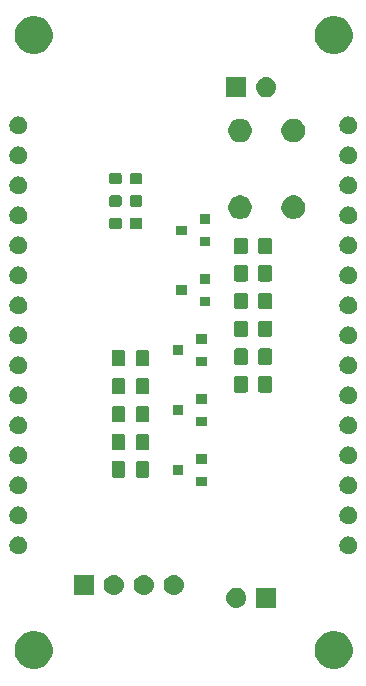
<source format=gbr>
G04 #@! TF.GenerationSoftware,KiCad,Pcbnew,(5.0.2)-1*
G04 #@! TF.CreationDate,2019-06-27T16:40:18+05:30*
G04 #@! TF.ProjectId,mAhTime,6d416854-696d-4652-9e6b-696361645f70,rev?*
G04 #@! TF.SameCoordinates,Original*
G04 #@! TF.FileFunction,Soldermask,Top*
G04 #@! TF.FilePolarity,Negative*
%FSLAX46Y46*%
G04 Gerber Fmt 4.6, Leading zero omitted, Abs format (unit mm)*
G04 Created by KiCad (PCBNEW (5.0.2)-1) date 06/27/19 16:40:18*
%MOMM*%
%LPD*%
G01*
G04 APERTURE LIST*
%ADD10C,0.100000*%
G04 APERTURE END LIST*
D10*
G36*
X41995703Y-65771486D02*
X42286883Y-65892097D01*
X42548944Y-66067201D01*
X42771799Y-66290056D01*
X42946903Y-66552117D01*
X43067514Y-66843297D01*
X43129000Y-67152412D01*
X43129000Y-67467588D01*
X43067514Y-67776703D01*
X42946903Y-68067883D01*
X42771799Y-68329944D01*
X42548944Y-68552799D01*
X42286883Y-68727903D01*
X41995703Y-68848514D01*
X41686588Y-68910000D01*
X41371412Y-68910000D01*
X41062297Y-68848514D01*
X40771117Y-68727903D01*
X40509056Y-68552799D01*
X40286201Y-68329944D01*
X40111097Y-68067883D01*
X39990486Y-67776703D01*
X39929000Y-67467588D01*
X39929000Y-67152412D01*
X39990486Y-66843297D01*
X40111097Y-66552117D01*
X40286201Y-66290056D01*
X40509056Y-66067201D01*
X40771117Y-65892097D01*
X41062297Y-65771486D01*
X41371412Y-65710000D01*
X41686588Y-65710000D01*
X41995703Y-65771486D01*
X41995703Y-65771486D01*
G37*
G36*
X16595703Y-65771486D02*
X16886883Y-65892097D01*
X17148944Y-66067201D01*
X17371799Y-66290056D01*
X17546903Y-66552117D01*
X17667514Y-66843297D01*
X17729000Y-67152412D01*
X17729000Y-67467588D01*
X17667514Y-67776703D01*
X17546903Y-68067883D01*
X17371799Y-68329944D01*
X17148944Y-68552799D01*
X16886883Y-68727903D01*
X16595703Y-68848514D01*
X16286588Y-68910000D01*
X15971412Y-68910000D01*
X15662297Y-68848514D01*
X15371117Y-68727903D01*
X15109056Y-68552799D01*
X14886201Y-68329944D01*
X14711097Y-68067883D01*
X14590486Y-67776703D01*
X14529000Y-67467588D01*
X14529000Y-67152412D01*
X14590486Y-66843297D01*
X14711097Y-66552117D01*
X14886201Y-66290056D01*
X15109056Y-66067201D01*
X15371117Y-65892097D01*
X15662297Y-65771486D01*
X15971412Y-65710000D01*
X16286588Y-65710000D01*
X16595703Y-65771486D01*
X16595703Y-65771486D01*
G37*
G36*
X33440630Y-62027299D02*
X33600855Y-62075903D01*
X33748520Y-62154831D01*
X33877949Y-62261051D01*
X33984169Y-62390480D01*
X34063097Y-62538145D01*
X34111701Y-62698370D01*
X34128112Y-62865000D01*
X34111701Y-63031630D01*
X34063097Y-63191855D01*
X33984169Y-63339520D01*
X33877949Y-63468949D01*
X33748520Y-63575169D01*
X33600855Y-63654097D01*
X33440630Y-63702701D01*
X33315752Y-63715000D01*
X33232248Y-63715000D01*
X33107370Y-63702701D01*
X32947145Y-63654097D01*
X32799480Y-63575169D01*
X32670051Y-63468949D01*
X32563831Y-63339520D01*
X32484903Y-63191855D01*
X32436299Y-63031630D01*
X32419888Y-62865000D01*
X32436299Y-62698370D01*
X32484903Y-62538145D01*
X32563831Y-62390480D01*
X32670051Y-62261051D01*
X32799480Y-62154831D01*
X32947145Y-62075903D01*
X33107370Y-62027299D01*
X33232248Y-62015000D01*
X33315752Y-62015000D01*
X33440630Y-62027299D01*
X33440630Y-62027299D01*
G37*
G36*
X36664000Y-63715000D02*
X34964000Y-63715000D01*
X34964000Y-62015000D01*
X36664000Y-62015000D01*
X36664000Y-63715000D01*
X36664000Y-63715000D01*
G37*
G36*
X21210000Y-62650000D02*
X19510000Y-62650000D01*
X19510000Y-60950000D01*
X21210000Y-60950000D01*
X21210000Y-62650000D01*
X21210000Y-62650000D01*
G37*
G36*
X23066630Y-60962299D02*
X23226855Y-61010903D01*
X23374520Y-61089831D01*
X23503949Y-61196051D01*
X23610169Y-61325480D01*
X23689097Y-61473145D01*
X23737701Y-61633370D01*
X23754112Y-61800000D01*
X23737701Y-61966630D01*
X23689097Y-62126855D01*
X23610169Y-62274520D01*
X23503949Y-62403949D01*
X23374520Y-62510169D01*
X23226855Y-62589097D01*
X23066630Y-62637701D01*
X22941752Y-62650000D01*
X22858248Y-62650000D01*
X22733370Y-62637701D01*
X22573145Y-62589097D01*
X22425480Y-62510169D01*
X22296051Y-62403949D01*
X22189831Y-62274520D01*
X22110903Y-62126855D01*
X22062299Y-61966630D01*
X22045888Y-61800000D01*
X22062299Y-61633370D01*
X22110903Y-61473145D01*
X22189831Y-61325480D01*
X22296051Y-61196051D01*
X22425480Y-61089831D01*
X22573145Y-61010903D01*
X22733370Y-60962299D01*
X22858248Y-60950000D01*
X22941752Y-60950000D01*
X23066630Y-60962299D01*
X23066630Y-60962299D01*
G37*
G36*
X25606630Y-60962299D02*
X25766855Y-61010903D01*
X25914520Y-61089831D01*
X26043949Y-61196051D01*
X26150169Y-61325480D01*
X26229097Y-61473145D01*
X26277701Y-61633370D01*
X26294112Y-61800000D01*
X26277701Y-61966630D01*
X26229097Y-62126855D01*
X26150169Y-62274520D01*
X26043949Y-62403949D01*
X25914520Y-62510169D01*
X25766855Y-62589097D01*
X25606630Y-62637701D01*
X25481752Y-62650000D01*
X25398248Y-62650000D01*
X25273370Y-62637701D01*
X25113145Y-62589097D01*
X24965480Y-62510169D01*
X24836051Y-62403949D01*
X24729831Y-62274520D01*
X24650903Y-62126855D01*
X24602299Y-61966630D01*
X24585888Y-61800000D01*
X24602299Y-61633370D01*
X24650903Y-61473145D01*
X24729831Y-61325480D01*
X24836051Y-61196051D01*
X24965480Y-61089831D01*
X25113145Y-61010903D01*
X25273370Y-60962299D01*
X25398248Y-60950000D01*
X25481752Y-60950000D01*
X25606630Y-60962299D01*
X25606630Y-60962299D01*
G37*
G36*
X28146630Y-60962299D02*
X28306855Y-61010903D01*
X28454520Y-61089831D01*
X28583949Y-61196051D01*
X28690169Y-61325480D01*
X28769097Y-61473145D01*
X28817701Y-61633370D01*
X28834112Y-61800000D01*
X28817701Y-61966630D01*
X28769097Y-62126855D01*
X28690169Y-62274520D01*
X28583949Y-62403949D01*
X28454520Y-62510169D01*
X28306855Y-62589097D01*
X28146630Y-62637701D01*
X28021752Y-62650000D01*
X27938248Y-62650000D01*
X27813370Y-62637701D01*
X27653145Y-62589097D01*
X27505480Y-62510169D01*
X27376051Y-62403949D01*
X27269831Y-62274520D01*
X27190903Y-62126855D01*
X27142299Y-61966630D01*
X27125888Y-61800000D01*
X27142299Y-61633370D01*
X27190903Y-61473145D01*
X27269831Y-61325480D01*
X27376051Y-61196051D01*
X27505480Y-61089831D01*
X27653145Y-61010903D01*
X27813370Y-60962299D01*
X27938248Y-60950000D01*
X28021752Y-60950000D01*
X28146630Y-60962299D01*
X28146630Y-60962299D01*
G37*
G36*
X15003195Y-57697522D02*
X15052267Y-57707283D01*
X15190942Y-57764724D01*
X15315750Y-57848118D01*
X15421882Y-57954250D01*
X15505276Y-58079058D01*
X15562717Y-58217734D01*
X15592000Y-58364948D01*
X15592000Y-58515052D01*
X15562717Y-58662266D01*
X15505276Y-58800942D01*
X15421882Y-58925750D01*
X15315750Y-59031882D01*
X15315747Y-59031884D01*
X15190942Y-59115276D01*
X15052267Y-59172717D01*
X15003195Y-59182478D01*
X14905052Y-59202000D01*
X14754948Y-59202000D01*
X14656805Y-59182478D01*
X14607733Y-59172717D01*
X14469058Y-59115276D01*
X14344253Y-59031884D01*
X14344250Y-59031882D01*
X14238118Y-58925750D01*
X14154724Y-58800942D01*
X14097283Y-58662266D01*
X14068000Y-58515052D01*
X14068000Y-58364948D01*
X14097283Y-58217734D01*
X14154724Y-58079058D01*
X14238118Y-57954250D01*
X14344250Y-57848118D01*
X14469058Y-57764724D01*
X14607733Y-57707283D01*
X14656805Y-57697522D01*
X14754948Y-57678000D01*
X14905052Y-57678000D01*
X15003195Y-57697522D01*
X15003195Y-57697522D01*
G37*
G36*
X42943195Y-57697522D02*
X42992267Y-57707283D01*
X43130942Y-57764724D01*
X43255750Y-57848118D01*
X43361882Y-57954250D01*
X43445276Y-58079058D01*
X43502717Y-58217734D01*
X43532000Y-58364948D01*
X43532000Y-58515052D01*
X43502717Y-58662266D01*
X43445276Y-58800942D01*
X43361882Y-58925750D01*
X43255750Y-59031882D01*
X43255747Y-59031884D01*
X43130942Y-59115276D01*
X42992267Y-59172717D01*
X42943195Y-59182478D01*
X42845052Y-59202000D01*
X42694948Y-59202000D01*
X42596805Y-59182478D01*
X42547733Y-59172717D01*
X42409058Y-59115276D01*
X42284253Y-59031884D01*
X42284250Y-59031882D01*
X42178118Y-58925750D01*
X42094724Y-58800942D01*
X42037283Y-58662266D01*
X42008000Y-58515052D01*
X42008000Y-58364948D01*
X42037283Y-58217734D01*
X42094724Y-58079058D01*
X42178118Y-57954250D01*
X42284250Y-57848118D01*
X42409058Y-57764724D01*
X42547733Y-57707283D01*
X42596805Y-57697522D01*
X42694948Y-57678000D01*
X42845052Y-57678000D01*
X42943195Y-57697522D01*
X42943195Y-57697522D01*
G37*
G36*
X15003195Y-55157522D02*
X15052267Y-55167283D01*
X15190942Y-55224724D01*
X15315750Y-55308118D01*
X15421882Y-55414250D01*
X15505276Y-55539058D01*
X15562717Y-55677734D01*
X15592000Y-55824948D01*
X15592000Y-55975052D01*
X15562717Y-56122266D01*
X15505276Y-56260942D01*
X15421882Y-56385750D01*
X15315750Y-56491882D01*
X15315747Y-56491884D01*
X15190942Y-56575276D01*
X15052267Y-56632717D01*
X15003195Y-56642478D01*
X14905052Y-56662000D01*
X14754948Y-56662000D01*
X14656805Y-56642478D01*
X14607733Y-56632717D01*
X14469058Y-56575276D01*
X14344253Y-56491884D01*
X14344250Y-56491882D01*
X14238118Y-56385750D01*
X14154724Y-56260942D01*
X14097283Y-56122266D01*
X14068000Y-55975052D01*
X14068000Y-55824948D01*
X14097283Y-55677734D01*
X14154724Y-55539058D01*
X14238118Y-55414250D01*
X14344250Y-55308118D01*
X14469058Y-55224724D01*
X14607733Y-55167283D01*
X14656805Y-55157522D01*
X14754948Y-55138000D01*
X14905052Y-55138000D01*
X15003195Y-55157522D01*
X15003195Y-55157522D01*
G37*
G36*
X42943195Y-55157522D02*
X42992267Y-55167283D01*
X43130942Y-55224724D01*
X43255750Y-55308118D01*
X43361882Y-55414250D01*
X43445276Y-55539058D01*
X43502717Y-55677734D01*
X43532000Y-55824948D01*
X43532000Y-55975052D01*
X43502717Y-56122266D01*
X43445276Y-56260942D01*
X43361882Y-56385750D01*
X43255750Y-56491882D01*
X43255747Y-56491884D01*
X43130942Y-56575276D01*
X42992267Y-56632717D01*
X42943195Y-56642478D01*
X42845052Y-56662000D01*
X42694948Y-56662000D01*
X42596805Y-56642478D01*
X42547733Y-56632717D01*
X42409058Y-56575276D01*
X42284253Y-56491884D01*
X42284250Y-56491882D01*
X42178118Y-56385750D01*
X42094724Y-56260942D01*
X42037283Y-56122266D01*
X42008000Y-55975052D01*
X42008000Y-55824948D01*
X42037283Y-55677734D01*
X42094724Y-55539058D01*
X42178118Y-55414250D01*
X42284250Y-55308118D01*
X42409058Y-55224724D01*
X42547733Y-55167283D01*
X42596805Y-55157522D01*
X42694948Y-55138000D01*
X42845052Y-55138000D01*
X42943195Y-55157522D01*
X42943195Y-55157522D01*
G37*
G36*
X42943195Y-52617522D02*
X42992267Y-52627283D01*
X43121961Y-52681004D01*
X43130942Y-52684724D01*
X43255750Y-52768118D01*
X43361882Y-52874250D01*
X43445276Y-52999058D01*
X43502717Y-53137734D01*
X43532000Y-53284948D01*
X43532000Y-53435052D01*
X43502717Y-53582266D01*
X43445276Y-53720942D01*
X43361882Y-53845750D01*
X43255750Y-53951882D01*
X43255747Y-53951884D01*
X43130942Y-54035276D01*
X42992267Y-54092717D01*
X42943195Y-54102478D01*
X42845052Y-54122000D01*
X42694948Y-54122000D01*
X42596805Y-54102478D01*
X42547733Y-54092717D01*
X42409058Y-54035276D01*
X42284253Y-53951884D01*
X42284250Y-53951882D01*
X42178118Y-53845750D01*
X42094724Y-53720942D01*
X42037283Y-53582266D01*
X42008000Y-53435052D01*
X42008000Y-53284948D01*
X42037283Y-53137734D01*
X42094724Y-52999058D01*
X42178118Y-52874250D01*
X42284250Y-52768118D01*
X42409058Y-52684724D01*
X42418039Y-52681004D01*
X42547733Y-52627283D01*
X42596805Y-52617522D01*
X42694948Y-52598000D01*
X42845052Y-52598000D01*
X42943195Y-52617522D01*
X42943195Y-52617522D01*
G37*
G36*
X15003195Y-52617522D02*
X15052267Y-52627283D01*
X15181961Y-52681004D01*
X15190942Y-52684724D01*
X15315750Y-52768118D01*
X15421882Y-52874250D01*
X15505276Y-52999058D01*
X15562717Y-53137734D01*
X15592000Y-53284948D01*
X15592000Y-53435052D01*
X15562717Y-53582266D01*
X15505276Y-53720942D01*
X15421882Y-53845750D01*
X15315750Y-53951882D01*
X15315747Y-53951884D01*
X15190942Y-54035276D01*
X15052267Y-54092717D01*
X15003195Y-54102478D01*
X14905052Y-54122000D01*
X14754948Y-54122000D01*
X14656805Y-54102478D01*
X14607733Y-54092717D01*
X14469058Y-54035276D01*
X14344253Y-53951884D01*
X14344250Y-53951882D01*
X14238118Y-53845750D01*
X14154724Y-53720942D01*
X14097283Y-53582266D01*
X14068000Y-53435052D01*
X14068000Y-53284948D01*
X14097283Y-53137734D01*
X14154724Y-52999058D01*
X14238118Y-52874250D01*
X14344250Y-52768118D01*
X14469058Y-52684724D01*
X14478039Y-52681004D01*
X14607733Y-52627283D01*
X14656805Y-52617522D01*
X14754948Y-52598000D01*
X14905052Y-52598000D01*
X15003195Y-52617522D01*
X15003195Y-52617522D01*
G37*
G36*
X30800000Y-53420000D02*
X29900000Y-53420000D01*
X29900000Y-52620000D01*
X30800000Y-52620000D01*
X30800000Y-53420000D01*
X30800000Y-53420000D01*
G37*
G36*
X23725960Y-51304028D02*
X23759396Y-51314170D01*
X23790199Y-51330636D01*
X23817203Y-51352797D01*
X23839364Y-51379801D01*
X23855830Y-51410604D01*
X23865972Y-51444040D01*
X23870000Y-51484938D01*
X23870000Y-52515062D01*
X23865972Y-52555960D01*
X23855830Y-52589396D01*
X23839364Y-52620199D01*
X23817203Y-52647203D01*
X23790199Y-52669364D01*
X23759396Y-52685830D01*
X23725960Y-52695972D01*
X23685062Y-52700000D01*
X22904938Y-52700000D01*
X22864040Y-52695972D01*
X22830604Y-52685830D01*
X22799801Y-52669364D01*
X22772797Y-52647203D01*
X22750636Y-52620199D01*
X22734170Y-52589396D01*
X22724028Y-52555960D01*
X22720000Y-52515062D01*
X22720000Y-51484938D01*
X22724028Y-51444040D01*
X22734170Y-51410604D01*
X22750636Y-51379801D01*
X22772797Y-51352797D01*
X22799801Y-51330636D01*
X22830604Y-51314170D01*
X22864040Y-51304028D01*
X22904938Y-51300000D01*
X23685062Y-51300000D01*
X23725960Y-51304028D01*
X23725960Y-51304028D01*
G37*
G36*
X25775960Y-51304028D02*
X25809396Y-51314170D01*
X25840199Y-51330636D01*
X25867203Y-51352797D01*
X25889364Y-51379801D01*
X25905830Y-51410604D01*
X25915972Y-51444040D01*
X25920000Y-51484938D01*
X25920000Y-52515062D01*
X25915972Y-52555960D01*
X25905830Y-52589396D01*
X25889364Y-52620199D01*
X25867203Y-52647203D01*
X25840199Y-52669364D01*
X25809396Y-52685830D01*
X25775960Y-52695972D01*
X25735062Y-52700000D01*
X24954938Y-52700000D01*
X24914040Y-52695972D01*
X24880604Y-52685830D01*
X24849801Y-52669364D01*
X24822797Y-52647203D01*
X24800636Y-52620199D01*
X24784170Y-52589396D01*
X24774028Y-52555960D01*
X24770000Y-52515062D01*
X24770000Y-51484938D01*
X24774028Y-51444040D01*
X24784170Y-51410604D01*
X24800636Y-51379801D01*
X24822797Y-51352797D01*
X24849801Y-51330636D01*
X24880604Y-51314170D01*
X24914040Y-51304028D01*
X24954938Y-51300000D01*
X25735062Y-51300000D01*
X25775960Y-51304028D01*
X25775960Y-51304028D01*
G37*
G36*
X28800000Y-52470000D02*
X27900000Y-52470000D01*
X27900000Y-51670000D01*
X28800000Y-51670000D01*
X28800000Y-52470000D01*
X28800000Y-52470000D01*
G37*
G36*
X42943195Y-50077522D02*
X42992267Y-50087283D01*
X43130942Y-50144724D01*
X43255750Y-50228118D01*
X43361882Y-50334250D01*
X43445276Y-50459058D01*
X43502717Y-50597734D01*
X43532000Y-50744948D01*
X43532000Y-50895052D01*
X43502717Y-51042266D01*
X43445276Y-51180942D01*
X43361882Y-51305750D01*
X43255750Y-51411882D01*
X43255747Y-51411884D01*
X43130942Y-51495276D01*
X42992267Y-51552717D01*
X42943195Y-51562478D01*
X42845052Y-51582000D01*
X42694948Y-51582000D01*
X42596805Y-51562478D01*
X42547733Y-51552717D01*
X42409058Y-51495276D01*
X42284253Y-51411884D01*
X42284250Y-51411882D01*
X42178118Y-51305750D01*
X42094724Y-51180942D01*
X42037283Y-51042266D01*
X42008000Y-50895052D01*
X42008000Y-50744948D01*
X42037283Y-50597734D01*
X42094724Y-50459058D01*
X42178118Y-50334250D01*
X42284250Y-50228118D01*
X42409058Y-50144724D01*
X42547733Y-50087283D01*
X42596805Y-50077522D01*
X42694948Y-50058000D01*
X42845052Y-50058000D01*
X42943195Y-50077522D01*
X42943195Y-50077522D01*
G37*
G36*
X15003195Y-50077522D02*
X15052267Y-50087283D01*
X15190942Y-50144724D01*
X15315750Y-50228118D01*
X15421882Y-50334250D01*
X15505276Y-50459058D01*
X15562717Y-50597734D01*
X15592000Y-50744948D01*
X15592000Y-50895052D01*
X15562717Y-51042266D01*
X15505276Y-51180942D01*
X15421882Y-51305750D01*
X15315750Y-51411882D01*
X15315747Y-51411884D01*
X15190942Y-51495276D01*
X15052267Y-51552717D01*
X15003195Y-51562478D01*
X14905052Y-51582000D01*
X14754948Y-51582000D01*
X14656805Y-51562478D01*
X14607733Y-51552717D01*
X14469058Y-51495276D01*
X14344253Y-51411884D01*
X14344250Y-51411882D01*
X14238118Y-51305750D01*
X14154724Y-51180942D01*
X14097283Y-51042266D01*
X14068000Y-50895052D01*
X14068000Y-50744948D01*
X14097283Y-50597734D01*
X14154724Y-50459058D01*
X14238118Y-50334250D01*
X14344250Y-50228118D01*
X14469058Y-50144724D01*
X14607733Y-50087283D01*
X14656805Y-50077522D01*
X14754948Y-50058000D01*
X14905052Y-50058000D01*
X15003195Y-50077522D01*
X15003195Y-50077522D01*
G37*
G36*
X30800000Y-51520000D02*
X29900000Y-51520000D01*
X29900000Y-50720000D01*
X30800000Y-50720000D01*
X30800000Y-51520000D01*
X30800000Y-51520000D01*
G37*
G36*
X25775960Y-49004028D02*
X25809396Y-49014170D01*
X25840199Y-49030636D01*
X25867203Y-49052797D01*
X25889364Y-49079801D01*
X25905830Y-49110604D01*
X25915972Y-49144040D01*
X25920000Y-49184938D01*
X25920000Y-50215062D01*
X25915972Y-50255960D01*
X25905830Y-50289396D01*
X25889364Y-50320199D01*
X25867203Y-50347203D01*
X25840199Y-50369364D01*
X25809396Y-50385830D01*
X25775960Y-50395972D01*
X25735062Y-50400000D01*
X24954938Y-50400000D01*
X24914040Y-50395972D01*
X24880604Y-50385830D01*
X24849801Y-50369364D01*
X24822797Y-50347203D01*
X24800636Y-50320199D01*
X24784170Y-50289396D01*
X24774028Y-50255960D01*
X24770000Y-50215062D01*
X24770000Y-49184938D01*
X24774028Y-49144040D01*
X24784170Y-49110604D01*
X24800636Y-49079801D01*
X24822797Y-49052797D01*
X24849801Y-49030636D01*
X24880604Y-49014170D01*
X24914040Y-49004028D01*
X24954938Y-49000000D01*
X25735062Y-49000000D01*
X25775960Y-49004028D01*
X25775960Y-49004028D01*
G37*
G36*
X23725960Y-49004028D02*
X23759396Y-49014170D01*
X23790199Y-49030636D01*
X23817203Y-49052797D01*
X23839364Y-49079801D01*
X23855830Y-49110604D01*
X23865972Y-49144040D01*
X23870000Y-49184938D01*
X23870000Y-50215062D01*
X23865972Y-50255960D01*
X23855830Y-50289396D01*
X23839364Y-50320199D01*
X23817203Y-50347203D01*
X23790199Y-50369364D01*
X23759396Y-50385830D01*
X23725960Y-50395972D01*
X23685062Y-50400000D01*
X22904938Y-50400000D01*
X22864040Y-50395972D01*
X22830604Y-50385830D01*
X22799801Y-50369364D01*
X22772797Y-50347203D01*
X22750636Y-50320199D01*
X22734170Y-50289396D01*
X22724028Y-50255960D01*
X22720000Y-50215062D01*
X22720000Y-49184938D01*
X22724028Y-49144040D01*
X22734170Y-49110604D01*
X22750636Y-49079801D01*
X22772797Y-49052797D01*
X22799801Y-49030636D01*
X22830604Y-49014170D01*
X22864040Y-49004028D01*
X22904938Y-49000000D01*
X23685062Y-49000000D01*
X23725960Y-49004028D01*
X23725960Y-49004028D01*
G37*
G36*
X15003195Y-47537522D02*
X15052267Y-47547283D01*
X15190942Y-47604724D01*
X15315750Y-47688118D01*
X15421882Y-47794250D01*
X15483161Y-47885960D01*
X15505276Y-47919058D01*
X15551230Y-48030000D01*
X15562717Y-48057734D01*
X15592000Y-48204948D01*
X15592000Y-48355052D01*
X15562717Y-48502266D01*
X15505276Y-48640942D01*
X15421882Y-48765750D01*
X15315750Y-48871882D01*
X15315747Y-48871884D01*
X15190942Y-48955276D01*
X15052267Y-49012717D01*
X15020700Y-49018996D01*
X14905052Y-49042000D01*
X14754948Y-49042000D01*
X14639300Y-49018996D01*
X14607733Y-49012717D01*
X14469058Y-48955276D01*
X14344253Y-48871884D01*
X14344250Y-48871882D01*
X14238118Y-48765750D01*
X14154724Y-48640942D01*
X14097283Y-48502266D01*
X14068000Y-48355052D01*
X14068000Y-48204948D01*
X14097283Y-48057734D01*
X14108771Y-48030000D01*
X14154724Y-47919058D01*
X14176839Y-47885960D01*
X14238118Y-47794250D01*
X14344250Y-47688118D01*
X14469058Y-47604724D01*
X14607733Y-47547283D01*
X14656805Y-47537522D01*
X14754948Y-47518000D01*
X14905052Y-47518000D01*
X15003195Y-47537522D01*
X15003195Y-47537522D01*
G37*
G36*
X42943195Y-47537522D02*
X42992267Y-47547283D01*
X43130942Y-47604724D01*
X43255750Y-47688118D01*
X43361882Y-47794250D01*
X43423161Y-47885960D01*
X43445276Y-47919058D01*
X43491230Y-48030000D01*
X43502717Y-48057734D01*
X43532000Y-48204948D01*
X43532000Y-48355052D01*
X43502717Y-48502266D01*
X43445276Y-48640942D01*
X43361882Y-48765750D01*
X43255750Y-48871882D01*
X43255747Y-48871884D01*
X43130942Y-48955276D01*
X42992267Y-49012717D01*
X42960700Y-49018996D01*
X42845052Y-49042000D01*
X42694948Y-49042000D01*
X42579300Y-49018996D01*
X42547733Y-49012717D01*
X42409058Y-48955276D01*
X42284253Y-48871884D01*
X42284250Y-48871882D01*
X42178118Y-48765750D01*
X42094724Y-48640942D01*
X42037283Y-48502266D01*
X42008000Y-48355052D01*
X42008000Y-48204948D01*
X42037283Y-48057734D01*
X42048771Y-48030000D01*
X42094724Y-47919058D01*
X42116839Y-47885960D01*
X42178118Y-47794250D01*
X42284250Y-47688118D01*
X42409058Y-47604724D01*
X42547733Y-47547283D01*
X42596805Y-47537522D01*
X42694948Y-47518000D01*
X42845052Y-47518000D01*
X42943195Y-47537522D01*
X42943195Y-47537522D01*
G37*
G36*
X30800000Y-48340000D02*
X29900000Y-48340000D01*
X29900000Y-47540000D01*
X30800000Y-47540000D01*
X30800000Y-48340000D01*
X30800000Y-48340000D01*
G37*
G36*
X25785960Y-46634028D02*
X25819396Y-46644170D01*
X25850199Y-46660636D01*
X25877203Y-46682797D01*
X25899364Y-46709801D01*
X25915830Y-46740604D01*
X25925972Y-46774040D01*
X25930000Y-46814938D01*
X25930000Y-47845062D01*
X25925972Y-47885960D01*
X25915830Y-47919396D01*
X25899364Y-47950199D01*
X25877203Y-47977203D01*
X25850199Y-47999364D01*
X25819396Y-48015830D01*
X25785960Y-48025972D01*
X25745062Y-48030000D01*
X24964938Y-48030000D01*
X24924040Y-48025972D01*
X24890604Y-48015830D01*
X24859801Y-47999364D01*
X24832797Y-47977203D01*
X24810636Y-47950199D01*
X24794170Y-47919396D01*
X24784028Y-47885960D01*
X24780000Y-47845062D01*
X24780000Y-46814938D01*
X24784028Y-46774040D01*
X24794170Y-46740604D01*
X24810636Y-46709801D01*
X24832797Y-46682797D01*
X24859801Y-46660636D01*
X24890604Y-46644170D01*
X24924040Y-46634028D01*
X24964938Y-46630000D01*
X25745062Y-46630000D01*
X25785960Y-46634028D01*
X25785960Y-46634028D01*
G37*
G36*
X23735960Y-46634028D02*
X23769396Y-46644170D01*
X23800199Y-46660636D01*
X23827203Y-46682797D01*
X23849364Y-46709801D01*
X23865830Y-46740604D01*
X23875972Y-46774040D01*
X23880000Y-46814938D01*
X23880000Y-47845062D01*
X23875972Y-47885960D01*
X23865830Y-47919396D01*
X23849364Y-47950199D01*
X23827203Y-47977203D01*
X23800199Y-47999364D01*
X23769396Y-48015830D01*
X23735960Y-48025972D01*
X23695062Y-48030000D01*
X22914938Y-48030000D01*
X22874040Y-48025972D01*
X22840604Y-48015830D01*
X22809801Y-47999364D01*
X22782797Y-47977203D01*
X22760636Y-47950199D01*
X22744170Y-47919396D01*
X22734028Y-47885960D01*
X22730000Y-47845062D01*
X22730000Y-46814938D01*
X22734028Y-46774040D01*
X22744170Y-46740604D01*
X22760636Y-46709801D01*
X22782797Y-46682797D01*
X22809801Y-46660636D01*
X22840604Y-46644170D01*
X22874040Y-46634028D01*
X22914938Y-46630000D01*
X23695062Y-46630000D01*
X23735960Y-46634028D01*
X23735960Y-46634028D01*
G37*
G36*
X28800000Y-47390000D02*
X27900000Y-47390000D01*
X27900000Y-46590000D01*
X28800000Y-46590000D01*
X28800000Y-47390000D01*
X28800000Y-47390000D01*
G37*
G36*
X42943195Y-44997522D02*
X42992267Y-45007283D01*
X43130942Y-45064724D01*
X43255750Y-45148118D01*
X43361882Y-45254250D01*
X43361884Y-45254253D01*
X43445276Y-45379058D01*
X43501983Y-45515960D01*
X43502717Y-45517734D01*
X43532000Y-45664948D01*
X43532000Y-45815052D01*
X43502717Y-45962266D01*
X43445276Y-46100942D01*
X43361882Y-46225750D01*
X43255750Y-46331882D01*
X43255747Y-46331884D01*
X43130942Y-46415276D01*
X42992267Y-46472717D01*
X42943195Y-46482478D01*
X42845052Y-46502000D01*
X42694948Y-46502000D01*
X42596805Y-46482478D01*
X42547733Y-46472717D01*
X42409058Y-46415276D01*
X42284253Y-46331884D01*
X42284250Y-46331882D01*
X42178118Y-46225750D01*
X42094724Y-46100942D01*
X42037283Y-45962266D01*
X42008000Y-45815052D01*
X42008000Y-45664948D01*
X42037283Y-45517734D01*
X42038018Y-45515960D01*
X42094724Y-45379058D01*
X42178116Y-45254253D01*
X42178118Y-45254250D01*
X42284250Y-45148118D01*
X42409058Y-45064724D01*
X42547733Y-45007283D01*
X42596805Y-44997522D01*
X42694948Y-44978000D01*
X42845052Y-44978000D01*
X42943195Y-44997522D01*
X42943195Y-44997522D01*
G37*
G36*
X15003195Y-44997522D02*
X15052267Y-45007283D01*
X15190942Y-45064724D01*
X15315750Y-45148118D01*
X15421882Y-45254250D01*
X15421884Y-45254253D01*
X15505276Y-45379058D01*
X15561983Y-45515960D01*
X15562717Y-45517734D01*
X15592000Y-45664948D01*
X15592000Y-45815052D01*
X15562717Y-45962266D01*
X15505276Y-46100942D01*
X15421882Y-46225750D01*
X15315750Y-46331882D01*
X15315747Y-46331884D01*
X15190942Y-46415276D01*
X15052267Y-46472717D01*
X15003195Y-46482478D01*
X14905052Y-46502000D01*
X14754948Y-46502000D01*
X14656805Y-46482478D01*
X14607733Y-46472717D01*
X14469058Y-46415276D01*
X14344253Y-46331884D01*
X14344250Y-46331882D01*
X14238118Y-46225750D01*
X14154724Y-46100942D01*
X14097283Y-45962266D01*
X14068000Y-45815052D01*
X14068000Y-45664948D01*
X14097283Y-45517734D01*
X14098018Y-45515960D01*
X14154724Y-45379058D01*
X14238116Y-45254253D01*
X14238118Y-45254250D01*
X14344250Y-45148118D01*
X14469058Y-45064724D01*
X14607733Y-45007283D01*
X14656805Y-44997522D01*
X14754948Y-44978000D01*
X14905052Y-44978000D01*
X15003195Y-44997522D01*
X15003195Y-44997522D01*
G37*
G36*
X30800000Y-46440000D02*
X29900000Y-46440000D01*
X29900000Y-45640000D01*
X30800000Y-45640000D01*
X30800000Y-46440000D01*
X30800000Y-46440000D01*
G37*
G36*
X23735960Y-44264028D02*
X23769396Y-44274170D01*
X23800199Y-44290636D01*
X23827203Y-44312797D01*
X23849364Y-44339801D01*
X23865830Y-44370604D01*
X23875972Y-44404040D01*
X23880000Y-44444938D01*
X23880000Y-45475062D01*
X23875972Y-45515960D01*
X23865830Y-45549396D01*
X23849364Y-45580199D01*
X23827203Y-45607203D01*
X23800199Y-45629364D01*
X23769396Y-45645830D01*
X23735960Y-45655972D01*
X23695062Y-45660000D01*
X22914938Y-45660000D01*
X22874040Y-45655972D01*
X22840604Y-45645830D01*
X22809801Y-45629364D01*
X22782797Y-45607203D01*
X22760636Y-45580199D01*
X22744170Y-45549396D01*
X22734028Y-45515960D01*
X22730000Y-45475062D01*
X22730000Y-44444938D01*
X22734028Y-44404040D01*
X22744170Y-44370604D01*
X22760636Y-44339801D01*
X22782797Y-44312797D01*
X22809801Y-44290636D01*
X22840604Y-44274170D01*
X22874040Y-44264028D01*
X22914938Y-44260000D01*
X23695062Y-44260000D01*
X23735960Y-44264028D01*
X23735960Y-44264028D01*
G37*
G36*
X25785960Y-44264028D02*
X25819396Y-44274170D01*
X25850199Y-44290636D01*
X25877203Y-44312797D01*
X25899364Y-44339801D01*
X25915830Y-44370604D01*
X25925972Y-44404040D01*
X25930000Y-44444938D01*
X25930000Y-45475062D01*
X25925972Y-45515960D01*
X25915830Y-45549396D01*
X25899364Y-45580199D01*
X25877203Y-45607203D01*
X25850199Y-45629364D01*
X25819396Y-45645830D01*
X25785960Y-45655972D01*
X25745062Y-45660000D01*
X24964938Y-45660000D01*
X24924040Y-45655972D01*
X24890604Y-45645830D01*
X24859801Y-45629364D01*
X24832797Y-45607203D01*
X24810636Y-45580199D01*
X24794170Y-45549396D01*
X24784028Y-45515960D01*
X24780000Y-45475062D01*
X24780000Y-44444938D01*
X24784028Y-44404040D01*
X24794170Y-44370604D01*
X24810636Y-44339801D01*
X24832797Y-44312797D01*
X24859801Y-44290636D01*
X24890604Y-44274170D01*
X24924040Y-44264028D01*
X24964938Y-44260000D01*
X25745062Y-44260000D01*
X25785960Y-44264028D01*
X25785960Y-44264028D01*
G37*
G36*
X34105960Y-44104028D02*
X34139396Y-44114170D01*
X34170199Y-44130636D01*
X34197203Y-44152797D01*
X34219364Y-44179801D01*
X34235830Y-44210604D01*
X34245972Y-44244040D01*
X34250000Y-44284938D01*
X34250000Y-45315062D01*
X34245972Y-45355960D01*
X34235830Y-45389396D01*
X34219364Y-45420199D01*
X34197203Y-45447203D01*
X34170199Y-45469364D01*
X34139396Y-45485830D01*
X34105960Y-45495972D01*
X34065062Y-45500000D01*
X33284938Y-45500000D01*
X33244040Y-45495972D01*
X33210604Y-45485830D01*
X33179801Y-45469364D01*
X33152797Y-45447203D01*
X33130636Y-45420199D01*
X33114170Y-45389396D01*
X33104028Y-45355960D01*
X33100000Y-45315062D01*
X33100000Y-44284938D01*
X33104028Y-44244040D01*
X33114170Y-44210604D01*
X33130636Y-44179801D01*
X33152797Y-44152797D01*
X33179801Y-44130636D01*
X33210604Y-44114170D01*
X33244040Y-44104028D01*
X33284938Y-44100000D01*
X34065062Y-44100000D01*
X34105960Y-44104028D01*
X34105960Y-44104028D01*
G37*
G36*
X36155960Y-44104028D02*
X36189396Y-44114170D01*
X36220199Y-44130636D01*
X36247203Y-44152797D01*
X36269364Y-44179801D01*
X36285830Y-44210604D01*
X36295972Y-44244040D01*
X36300000Y-44284938D01*
X36300000Y-45315062D01*
X36295972Y-45355960D01*
X36285830Y-45389396D01*
X36269364Y-45420199D01*
X36247203Y-45447203D01*
X36220199Y-45469364D01*
X36189396Y-45485830D01*
X36155960Y-45495972D01*
X36115062Y-45500000D01*
X35334938Y-45500000D01*
X35294040Y-45495972D01*
X35260604Y-45485830D01*
X35229801Y-45469364D01*
X35202797Y-45447203D01*
X35180636Y-45420199D01*
X35164170Y-45389396D01*
X35154028Y-45355960D01*
X35150000Y-45315062D01*
X35150000Y-44284938D01*
X35154028Y-44244040D01*
X35164170Y-44210604D01*
X35180636Y-44179801D01*
X35202797Y-44152797D01*
X35229801Y-44130636D01*
X35260604Y-44114170D01*
X35294040Y-44104028D01*
X35334938Y-44100000D01*
X36115062Y-44100000D01*
X36155960Y-44104028D01*
X36155960Y-44104028D01*
G37*
G36*
X15003195Y-42457522D02*
X15052267Y-42467283D01*
X15190942Y-42524724D01*
X15315750Y-42608118D01*
X15421882Y-42714250D01*
X15421884Y-42714253D01*
X15505276Y-42839058D01*
X15561611Y-42975062D01*
X15562717Y-42977734D01*
X15592000Y-43124948D01*
X15592000Y-43275052D01*
X15562717Y-43422266D01*
X15505276Y-43560942D01*
X15421882Y-43685750D01*
X15315750Y-43791882D01*
X15315747Y-43791884D01*
X15190942Y-43875276D01*
X15052267Y-43932717D01*
X15003195Y-43942478D01*
X14905052Y-43962000D01*
X14754948Y-43962000D01*
X14656805Y-43942478D01*
X14607733Y-43932717D01*
X14469058Y-43875276D01*
X14344253Y-43791884D01*
X14344250Y-43791882D01*
X14238118Y-43685750D01*
X14154724Y-43560942D01*
X14097283Y-43422266D01*
X14068000Y-43275052D01*
X14068000Y-43124948D01*
X14097283Y-42977734D01*
X14098390Y-42975062D01*
X14154724Y-42839058D01*
X14238116Y-42714253D01*
X14238118Y-42714250D01*
X14344250Y-42608118D01*
X14469058Y-42524724D01*
X14607733Y-42467283D01*
X14656805Y-42457522D01*
X14754948Y-42438000D01*
X14905052Y-42438000D01*
X15003195Y-42457522D01*
X15003195Y-42457522D01*
G37*
G36*
X42943195Y-42457522D02*
X42992267Y-42467283D01*
X43130942Y-42524724D01*
X43255750Y-42608118D01*
X43361882Y-42714250D01*
X43361884Y-42714253D01*
X43445276Y-42839058D01*
X43501611Y-42975062D01*
X43502717Y-42977734D01*
X43532000Y-43124948D01*
X43532000Y-43275052D01*
X43502717Y-43422266D01*
X43445276Y-43560942D01*
X43361882Y-43685750D01*
X43255750Y-43791882D01*
X43255747Y-43791884D01*
X43130942Y-43875276D01*
X42992267Y-43932717D01*
X42943195Y-43942478D01*
X42845052Y-43962000D01*
X42694948Y-43962000D01*
X42596805Y-43942478D01*
X42547733Y-43932717D01*
X42409058Y-43875276D01*
X42284253Y-43791884D01*
X42284250Y-43791882D01*
X42178118Y-43685750D01*
X42094724Y-43560942D01*
X42037283Y-43422266D01*
X42008000Y-43275052D01*
X42008000Y-43124948D01*
X42037283Y-42977734D01*
X42038390Y-42975062D01*
X42094724Y-42839058D01*
X42178116Y-42714253D01*
X42178118Y-42714250D01*
X42284250Y-42608118D01*
X42409058Y-42524724D01*
X42547733Y-42467283D01*
X42596805Y-42457522D01*
X42694948Y-42438000D01*
X42845052Y-42438000D01*
X42943195Y-42457522D01*
X42943195Y-42457522D01*
G37*
G36*
X23725960Y-41894028D02*
X23759396Y-41904170D01*
X23790199Y-41920636D01*
X23817203Y-41942797D01*
X23839364Y-41969801D01*
X23855830Y-42000604D01*
X23865972Y-42034040D01*
X23870000Y-42074938D01*
X23870000Y-43105062D01*
X23865972Y-43145960D01*
X23855830Y-43179396D01*
X23839364Y-43210199D01*
X23817203Y-43237203D01*
X23790199Y-43259364D01*
X23759396Y-43275830D01*
X23725960Y-43285972D01*
X23685062Y-43290000D01*
X22904938Y-43290000D01*
X22864040Y-43285972D01*
X22830604Y-43275830D01*
X22799801Y-43259364D01*
X22772797Y-43237203D01*
X22750636Y-43210199D01*
X22734170Y-43179396D01*
X22724028Y-43145960D01*
X22720000Y-43105062D01*
X22720000Y-42074938D01*
X22724028Y-42034040D01*
X22734170Y-42000604D01*
X22750636Y-41969801D01*
X22772797Y-41942797D01*
X22799801Y-41920636D01*
X22830604Y-41904170D01*
X22864040Y-41894028D01*
X22904938Y-41890000D01*
X23685062Y-41890000D01*
X23725960Y-41894028D01*
X23725960Y-41894028D01*
G37*
G36*
X25775960Y-41894028D02*
X25809396Y-41904170D01*
X25840199Y-41920636D01*
X25867203Y-41942797D01*
X25889364Y-41969801D01*
X25905830Y-42000604D01*
X25915972Y-42034040D01*
X25920000Y-42074938D01*
X25920000Y-43105062D01*
X25915972Y-43145960D01*
X25905830Y-43179396D01*
X25889364Y-43210199D01*
X25867203Y-43237203D01*
X25840199Y-43259364D01*
X25809396Y-43275830D01*
X25775960Y-43285972D01*
X25735062Y-43290000D01*
X24954938Y-43290000D01*
X24914040Y-43285972D01*
X24880604Y-43275830D01*
X24849801Y-43259364D01*
X24822797Y-43237203D01*
X24800636Y-43210199D01*
X24784170Y-43179396D01*
X24774028Y-43145960D01*
X24770000Y-43105062D01*
X24770000Y-42074938D01*
X24774028Y-42034040D01*
X24784170Y-42000604D01*
X24800636Y-41969801D01*
X24822797Y-41942797D01*
X24849801Y-41920636D01*
X24880604Y-41904170D01*
X24914040Y-41894028D01*
X24954938Y-41890000D01*
X25735062Y-41890000D01*
X25775960Y-41894028D01*
X25775960Y-41894028D01*
G37*
G36*
X30800000Y-43260000D02*
X29900000Y-43260000D01*
X29900000Y-42460000D01*
X30800000Y-42460000D01*
X30800000Y-43260000D01*
X30800000Y-43260000D01*
G37*
G36*
X36165960Y-41764028D02*
X36199396Y-41774170D01*
X36230199Y-41790636D01*
X36257203Y-41812797D01*
X36279364Y-41839801D01*
X36295830Y-41870604D01*
X36305972Y-41904040D01*
X36310000Y-41944938D01*
X36310000Y-42975062D01*
X36305972Y-43015960D01*
X36295830Y-43049396D01*
X36279364Y-43080199D01*
X36257203Y-43107203D01*
X36230199Y-43129364D01*
X36199396Y-43145830D01*
X36165960Y-43155972D01*
X36125062Y-43160000D01*
X35344938Y-43160000D01*
X35304040Y-43155972D01*
X35270604Y-43145830D01*
X35239801Y-43129364D01*
X35212797Y-43107203D01*
X35190636Y-43080199D01*
X35174170Y-43049396D01*
X35164028Y-43015960D01*
X35160000Y-42975062D01*
X35160000Y-41944938D01*
X35164028Y-41904040D01*
X35174170Y-41870604D01*
X35190636Y-41839801D01*
X35212797Y-41812797D01*
X35239801Y-41790636D01*
X35270604Y-41774170D01*
X35304040Y-41764028D01*
X35344938Y-41760000D01*
X36125062Y-41760000D01*
X36165960Y-41764028D01*
X36165960Y-41764028D01*
G37*
G36*
X34115960Y-41764028D02*
X34149396Y-41774170D01*
X34180199Y-41790636D01*
X34207203Y-41812797D01*
X34229364Y-41839801D01*
X34245830Y-41870604D01*
X34255972Y-41904040D01*
X34260000Y-41944938D01*
X34260000Y-42975062D01*
X34255972Y-43015960D01*
X34245830Y-43049396D01*
X34229364Y-43080199D01*
X34207203Y-43107203D01*
X34180199Y-43129364D01*
X34149396Y-43145830D01*
X34115960Y-43155972D01*
X34075062Y-43160000D01*
X33294938Y-43160000D01*
X33254040Y-43155972D01*
X33220604Y-43145830D01*
X33189801Y-43129364D01*
X33162797Y-43107203D01*
X33140636Y-43080199D01*
X33124170Y-43049396D01*
X33114028Y-43015960D01*
X33110000Y-42975062D01*
X33110000Y-41944938D01*
X33114028Y-41904040D01*
X33124170Y-41870604D01*
X33140636Y-41839801D01*
X33162797Y-41812797D01*
X33189801Y-41790636D01*
X33220604Y-41774170D01*
X33254040Y-41764028D01*
X33294938Y-41760000D01*
X34075062Y-41760000D01*
X34115960Y-41764028D01*
X34115960Y-41764028D01*
G37*
G36*
X28800000Y-42310000D02*
X27900000Y-42310000D01*
X27900000Y-41510000D01*
X28800000Y-41510000D01*
X28800000Y-42310000D01*
X28800000Y-42310000D01*
G37*
G36*
X15003195Y-39917522D02*
X15052267Y-39927283D01*
X15190942Y-39984724D01*
X15315750Y-40068118D01*
X15421882Y-40174250D01*
X15505276Y-40299058D01*
X15562717Y-40437734D01*
X15592000Y-40584948D01*
X15592000Y-40735052D01*
X15562717Y-40882266D01*
X15505276Y-41020942D01*
X15421882Y-41145750D01*
X15315750Y-41251882D01*
X15315747Y-41251884D01*
X15190942Y-41335276D01*
X15052267Y-41392717D01*
X15003195Y-41402478D01*
X14905052Y-41422000D01*
X14754948Y-41422000D01*
X14656805Y-41402478D01*
X14607733Y-41392717D01*
X14469058Y-41335276D01*
X14344253Y-41251884D01*
X14344250Y-41251882D01*
X14238118Y-41145750D01*
X14154724Y-41020942D01*
X14097283Y-40882266D01*
X14068000Y-40735052D01*
X14068000Y-40584948D01*
X14097283Y-40437734D01*
X14154724Y-40299058D01*
X14238118Y-40174250D01*
X14344250Y-40068118D01*
X14469058Y-39984724D01*
X14607733Y-39927283D01*
X14656805Y-39917522D01*
X14754948Y-39898000D01*
X14905052Y-39898000D01*
X15003195Y-39917522D01*
X15003195Y-39917522D01*
G37*
G36*
X42943195Y-39917522D02*
X42992267Y-39927283D01*
X43130942Y-39984724D01*
X43255750Y-40068118D01*
X43361882Y-40174250D01*
X43445276Y-40299058D01*
X43502717Y-40437734D01*
X43532000Y-40584948D01*
X43532000Y-40735052D01*
X43502717Y-40882266D01*
X43445276Y-41020942D01*
X43361882Y-41145750D01*
X43255750Y-41251882D01*
X43255747Y-41251884D01*
X43130942Y-41335276D01*
X42992267Y-41392717D01*
X42943195Y-41402478D01*
X42845052Y-41422000D01*
X42694948Y-41422000D01*
X42596805Y-41402478D01*
X42547733Y-41392717D01*
X42409058Y-41335276D01*
X42284253Y-41251884D01*
X42284250Y-41251882D01*
X42178118Y-41145750D01*
X42094724Y-41020942D01*
X42037283Y-40882266D01*
X42008000Y-40735052D01*
X42008000Y-40584948D01*
X42037283Y-40437734D01*
X42094724Y-40299058D01*
X42178118Y-40174250D01*
X42284250Y-40068118D01*
X42409058Y-39984724D01*
X42547733Y-39927283D01*
X42596805Y-39917522D01*
X42694948Y-39898000D01*
X42845052Y-39898000D01*
X42943195Y-39917522D01*
X42943195Y-39917522D01*
G37*
G36*
X30800000Y-41360000D02*
X29900000Y-41360000D01*
X29900000Y-40560000D01*
X30800000Y-40560000D01*
X30800000Y-41360000D01*
X30800000Y-41360000D01*
G37*
G36*
X34115960Y-39404028D02*
X34149396Y-39414170D01*
X34180199Y-39430636D01*
X34207203Y-39452797D01*
X34229364Y-39479801D01*
X34245830Y-39510604D01*
X34255972Y-39544040D01*
X34260000Y-39584938D01*
X34260000Y-40615062D01*
X34255972Y-40655960D01*
X34245830Y-40689396D01*
X34229364Y-40720199D01*
X34207203Y-40747203D01*
X34180199Y-40769364D01*
X34149396Y-40785830D01*
X34115960Y-40795972D01*
X34075062Y-40800000D01*
X33294938Y-40800000D01*
X33254040Y-40795972D01*
X33220604Y-40785830D01*
X33189801Y-40769364D01*
X33162797Y-40747203D01*
X33140636Y-40720199D01*
X33124170Y-40689396D01*
X33114028Y-40655960D01*
X33110000Y-40615062D01*
X33110000Y-39584938D01*
X33114028Y-39544040D01*
X33124170Y-39510604D01*
X33140636Y-39479801D01*
X33162797Y-39452797D01*
X33189801Y-39430636D01*
X33220604Y-39414170D01*
X33254040Y-39404028D01*
X33294938Y-39400000D01*
X34075062Y-39400000D01*
X34115960Y-39404028D01*
X34115960Y-39404028D01*
G37*
G36*
X36165960Y-39404028D02*
X36199396Y-39414170D01*
X36230199Y-39430636D01*
X36257203Y-39452797D01*
X36279364Y-39479801D01*
X36295830Y-39510604D01*
X36305972Y-39544040D01*
X36310000Y-39584938D01*
X36310000Y-40615062D01*
X36305972Y-40655960D01*
X36295830Y-40689396D01*
X36279364Y-40720199D01*
X36257203Y-40747203D01*
X36230199Y-40769364D01*
X36199396Y-40785830D01*
X36165960Y-40795972D01*
X36125062Y-40800000D01*
X35344938Y-40800000D01*
X35304040Y-40795972D01*
X35270604Y-40785830D01*
X35239801Y-40769364D01*
X35212797Y-40747203D01*
X35190636Y-40720199D01*
X35174170Y-40689396D01*
X35164028Y-40655960D01*
X35160000Y-40615062D01*
X35160000Y-39584938D01*
X35164028Y-39544040D01*
X35174170Y-39510604D01*
X35190636Y-39479801D01*
X35212797Y-39452797D01*
X35239801Y-39430636D01*
X35270604Y-39414170D01*
X35304040Y-39404028D01*
X35344938Y-39400000D01*
X36125062Y-39400000D01*
X36165960Y-39404028D01*
X36165960Y-39404028D01*
G37*
G36*
X42943195Y-37377522D02*
X42992267Y-37387283D01*
X43130942Y-37444724D01*
X43255750Y-37528118D01*
X43361882Y-37634250D01*
X43361884Y-37634253D01*
X43445276Y-37759058D01*
X43502717Y-37897733D01*
X43532000Y-38044950D01*
X43532000Y-38195050D01*
X43502717Y-38342267D01*
X43470103Y-38421004D01*
X43445276Y-38480942D01*
X43361882Y-38605750D01*
X43255750Y-38711882D01*
X43255747Y-38711884D01*
X43130942Y-38795276D01*
X42992267Y-38852717D01*
X42943195Y-38862478D01*
X42845052Y-38882000D01*
X42694948Y-38882000D01*
X42596805Y-38862478D01*
X42547733Y-38852717D01*
X42409058Y-38795276D01*
X42284253Y-38711884D01*
X42284250Y-38711882D01*
X42178118Y-38605750D01*
X42094724Y-38480942D01*
X42069897Y-38421004D01*
X42037283Y-38342267D01*
X42008000Y-38195050D01*
X42008000Y-38044950D01*
X42037283Y-37897733D01*
X42094724Y-37759058D01*
X42178116Y-37634253D01*
X42178118Y-37634250D01*
X42284250Y-37528118D01*
X42409058Y-37444724D01*
X42547733Y-37387283D01*
X42596805Y-37377522D01*
X42694948Y-37358000D01*
X42845052Y-37358000D01*
X42943195Y-37377522D01*
X42943195Y-37377522D01*
G37*
G36*
X15003195Y-37377522D02*
X15052267Y-37387283D01*
X15190942Y-37444724D01*
X15315750Y-37528118D01*
X15421882Y-37634250D01*
X15421884Y-37634253D01*
X15505276Y-37759058D01*
X15562717Y-37897733D01*
X15592000Y-38044950D01*
X15592000Y-38195050D01*
X15562717Y-38342267D01*
X15530103Y-38421004D01*
X15505276Y-38480942D01*
X15421882Y-38605750D01*
X15315750Y-38711882D01*
X15315747Y-38711884D01*
X15190942Y-38795276D01*
X15052267Y-38852717D01*
X15003195Y-38862478D01*
X14905052Y-38882000D01*
X14754948Y-38882000D01*
X14656805Y-38862478D01*
X14607733Y-38852717D01*
X14469058Y-38795276D01*
X14344253Y-38711884D01*
X14344250Y-38711882D01*
X14238118Y-38605750D01*
X14154724Y-38480942D01*
X14129897Y-38421004D01*
X14097283Y-38342267D01*
X14068000Y-38195050D01*
X14068000Y-38044950D01*
X14097283Y-37897733D01*
X14154724Y-37759058D01*
X14238116Y-37634253D01*
X14238118Y-37634250D01*
X14344250Y-37528118D01*
X14469058Y-37444724D01*
X14607733Y-37387283D01*
X14656805Y-37377522D01*
X14754948Y-37358000D01*
X14905052Y-37358000D01*
X15003195Y-37377522D01*
X15003195Y-37377522D01*
G37*
G36*
X36165960Y-37044028D02*
X36199396Y-37054170D01*
X36230199Y-37070636D01*
X36257203Y-37092797D01*
X36279364Y-37119801D01*
X36295830Y-37150604D01*
X36305972Y-37184040D01*
X36310000Y-37224938D01*
X36310000Y-38255062D01*
X36305972Y-38295960D01*
X36295830Y-38329396D01*
X36279364Y-38360199D01*
X36257203Y-38387203D01*
X36230199Y-38409364D01*
X36199396Y-38425830D01*
X36165960Y-38435972D01*
X36125062Y-38440000D01*
X35344938Y-38440000D01*
X35304040Y-38435972D01*
X35270604Y-38425830D01*
X35239801Y-38409364D01*
X35212797Y-38387203D01*
X35190636Y-38360199D01*
X35174170Y-38329396D01*
X35164028Y-38295960D01*
X35160000Y-38255062D01*
X35160000Y-37224938D01*
X35164028Y-37184040D01*
X35174170Y-37150604D01*
X35190636Y-37119801D01*
X35212797Y-37092797D01*
X35239801Y-37070636D01*
X35270604Y-37054170D01*
X35304040Y-37044028D01*
X35344938Y-37040000D01*
X36125062Y-37040000D01*
X36165960Y-37044028D01*
X36165960Y-37044028D01*
G37*
G36*
X34115960Y-37044028D02*
X34149396Y-37054170D01*
X34180199Y-37070636D01*
X34207203Y-37092797D01*
X34229364Y-37119801D01*
X34245830Y-37150604D01*
X34255972Y-37184040D01*
X34260000Y-37224938D01*
X34260000Y-38255062D01*
X34255972Y-38295960D01*
X34245830Y-38329396D01*
X34229364Y-38360199D01*
X34207203Y-38387203D01*
X34180199Y-38409364D01*
X34149396Y-38425830D01*
X34115960Y-38435972D01*
X34075062Y-38440000D01*
X33294938Y-38440000D01*
X33254040Y-38435972D01*
X33220604Y-38425830D01*
X33189801Y-38409364D01*
X33162797Y-38387203D01*
X33140636Y-38360199D01*
X33124170Y-38329396D01*
X33114028Y-38295960D01*
X33110000Y-38255062D01*
X33110000Y-37224938D01*
X33114028Y-37184040D01*
X33124170Y-37150604D01*
X33140636Y-37119801D01*
X33162797Y-37092797D01*
X33189801Y-37070636D01*
X33220604Y-37054170D01*
X33254040Y-37044028D01*
X33294938Y-37040000D01*
X34075062Y-37040000D01*
X34115960Y-37044028D01*
X34115960Y-37044028D01*
G37*
G36*
X31080000Y-38180000D02*
X30180000Y-38180000D01*
X30180000Y-37380000D01*
X31080000Y-37380000D01*
X31080000Y-38180000D01*
X31080000Y-38180000D01*
G37*
G36*
X29080000Y-37230000D02*
X28180000Y-37230000D01*
X28180000Y-36430000D01*
X29080000Y-36430000D01*
X29080000Y-37230000D01*
X29080000Y-37230000D01*
G37*
G36*
X15003195Y-34837522D02*
X15052267Y-34847283D01*
X15190942Y-34904724D01*
X15315750Y-34988118D01*
X15421882Y-35094250D01*
X15505276Y-35219058D01*
X15562717Y-35357734D01*
X15592000Y-35504948D01*
X15592000Y-35655052D01*
X15562717Y-35802266D01*
X15505276Y-35940942D01*
X15421882Y-36065750D01*
X15315750Y-36171882D01*
X15315747Y-36171884D01*
X15190942Y-36255276D01*
X15052267Y-36312717D01*
X15003195Y-36322478D01*
X14905052Y-36342000D01*
X14754948Y-36342000D01*
X14656805Y-36322478D01*
X14607733Y-36312717D01*
X14469058Y-36255276D01*
X14344253Y-36171884D01*
X14344250Y-36171882D01*
X14238118Y-36065750D01*
X14154724Y-35940942D01*
X14097283Y-35802266D01*
X14068000Y-35655052D01*
X14068000Y-35504948D01*
X14097283Y-35357734D01*
X14154724Y-35219058D01*
X14238118Y-35094250D01*
X14344250Y-34988118D01*
X14469058Y-34904724D01*
X14607733Y-34847283D01*
X14656805Y-34837522D01*
X14754948Y-34818000D01*
X14905052Y-34818000D01*
X15003195Y-34837522D01*
X15003195Y-34837522D01*
G37*
G36*
X42943195Y-34837522D02*
X42992267Y-34847283D01*
X43130942Y-34904724D01*
X43255750Y-34988118D01*
X43361882Y-35094250D01*
X43445276Y-35219058D01*
X43502717Y-35357734D01*
X43532000Y-35504948D01*
X43532000Y-35655052D01*
X43502717Y-35802266D01*
X43445276Y-35940942D01*
X43361882Y-36065750D01*
X43255750Y-36171882D01*
X43255747Y-36171884D01*
X43130942Y-36255276D01*
X42992267Y-36312717D01*
X42943195Y-36322478D01*
X42845052Y-36342000D01*
X42694948Y-36342000D01*
X42596805Y-36322478D01*
X42547733Y-36312717D01*
X42409058Y-36255276D01*
X42284253Y-36171884D01*
X42284250Y-36171882D01*
X42178118Y-36065750D01*
X42094724Y-35940942D01*
X42037283Y-35802266D01*
X42008000Y-35655052D01*
X42008000Y-35504948D01*
X42037283Y-35357734D01*
X42094724Y-35219058D01*
X42178118Y-35094250D01*
X42284250Y-34988118D01*
X42409058Y-34904724D01*
X42547733Y-34847283D01*
X42596805Y-34837522D01*
X42694948Y-34818000D01*
X42845052Y-34818000D01*
X42943195Y-34837522D01*
X42943195Y-34837522D01*
G37*
G36*
X31080000Y-36280000D02*
X30180000Y-36280000D01*
X30180000Y-35480000D01*
X31080000Y-35480000D01*
X31080000Y-36280000D01*
X31080000Y-36280000D01*
G37*
G36*
X36155960Y-34704028D02*
X36189396Y-34714170D01*
X36220199Y-34730636D01*
X36247203Y-34752797D01*
X36269364Y-34779801D01*
X36285830Y-34810604D01*
X36295972Y-34844040D01*
X36300000Y-34884938D01*
X36300000Y-35915062D01*
X36295972Y-35955960D01*
X36285830Y-35989396D01*
X36269364Y-36020199D01*
X36247203Y-36047203D01*
X36220199Y-36069364D01*
X36189396Y-36085830D01*
X36155960Y-36095972D01*
X36115062Y-36100000D01*
X35334938Y-36100000D01*
X35294040Y-36095972D01*
X35260604Y-36085830D01*
X35229801Y-36069364D01*
X35202797Y-36047203D01*
X35180636Y-36020199D01*
X35164170Y-35989396D01*
X35154028Y-35955960D01*
X35150000Y-35915062D01*
X35150000Y-34884938D01*
X35154028Y-34844040D01*
X35164170Y-34810604D01*
X35180636Y-34779801D01*
X35202797Y-34752797D01*
X35229801Y-34730636D01*
X35260604Y-34714170D01*
X35294040Y-34704028D01*
X35334938Y-34700000D01*
X36115062Y-34700000D01*
X36155960Y-34704028D01*
X36155960Y-34704028D01*
G37*
G36*
X34105960Y-34704028D02*
X34139396Y-34714170D01*
X34170199Y-34730636D01*
X34197203Y-34752797D01*
X34219364Y-34779801D01*
X34235830Y-34810604D01*
X34245972Y-34844040D01*
X34250000Y-34884938D01*
X34250000Y-35915062D01*
X34245972Y-35955960D01*
X34235830Y-35989396D01*
X34219364Y-36020199D01*
X34197203Y-36047203D01*
X34170199Y-36069364D01*
X34139396Y-36085830D01*
X34105960Y-36095972D01*
X34065062Y-36100000D01*
X33284938Y-36100000D01*
X33244040Y-36095972D01*
X33210604Y-36085830D01*
X33179801Y-36069364D01*
X33152797Y-36047203D01*
X33130636Y-36020199D01*
X33114170Y-35989396D01*
X33104028Y-35955960D01*
X33100000Y-35915062D01*
X33100000Y-34884938D01*
X33104028Y-34844040D01*
X33114170Y-34810604D01*
X33130636Y-34779801D01*
X33152797Y-34752797D01*
X33179801Y-34730636D01*
X33210604Y-34714170D01*
X33244040Y-34704028D01*
X33284938Y-34700000D01*
X34065062Y-34700000D01*
X34105960Y-34704028D01*
X34105960Y-34704028D01*
G37*
G36*
X15003195Y-32297522D02*
X15052267Y-32307283D01*
X15190942Y-32364724D01*
X15315750Y-32448118D01*
X15421882Y-32554250D01*
X15505276Y-32679058D01*
X15562717Y-32817734D01*
X15592000Y-32964948D01*
X15592000Y-33115052D01*
X15562717Y-33262266D01*
X15505276Y-33400942D01*
X15421882Y-33525750D01*
X15315750Y-33631882D01*
X15315747Y-33631884D01*
X15190942Y-33715276D01*
X15052267Y-33772717D01*
X15010605Y-33781004D01*
X14905052Y-33802000D01*
X14754948Y-33802000D01*
X14649395Y-33781004D01*
X14607733Y-33772717D01*
X14469058Y-33715276D01*
X14344253Y-33631884D01*
X14344250Y-33631882D01*
X14238118Y-33525750D01*
X14154724Y-33400942D01*
X14097283Y-33262266D01*
X14068000Y-33115052D01*
X14068000Y-32964948D01*
X14097283Y-32817734D01*
X14154724Y-32679058D01*
X14238118Y-32554250D01*
X14344250Y-32448118D01*
X14469058Y-32364724D01*
X14607733Y-32307283D01*
X14656805Y-32297522D01*
X14754948Y-32278000D01*
X14905052Y-32278000D01*
X15003195Y-32297522D01*
X15003195Y-32297522D01*
G37*
G36*
X42943195Y-32297522D02*
X42992267Y-32307283D01*
X43130942Y-32364724D01*
X43255750Y-32448118D01*
X43361882Y-32554250D01*
X43445276Y-32679058D01*
X43502717Y-32817734D01*
X43532000Y-32964948D01*
X43532000Y-33115052D01*
X43502717Y-33262266D01*
X43445276Y-33400942D01*
X43361882Y-33525750D01*
X43255750Y-33631882D01*
X43255747Y-33631884D01*
X43130942Y-33715276D01*
X42992267Y-33772717D01*
X42950605Y-33781004D01*
X42845052Y-33802000D01*
X42694948Y-33802000D01*
X42589395Y-33781004D01*
X42547733Y-33772717D01*
X42409058Y-33715276D01*
X42284253Y-33631884D01*
X42284250Y-33631882D01*
X42178118Y-33525750D01*
X42094724Y-33400942D01*
X42037283Y-33262266D01*
X42008000Y-33115052D01*
X42008000Y-32964948D01*
X42037283Y-32817734D01*
X42094724Y-32679058D01*
X42178118Y-32554250D01*
X42284250Y-32448118D01*
X42409058Y-32364724D01*
X42547733Y-32307283D01*
X42596805Y-32297522D01*
X42694948Y-32278000D01*
X42845052Y-32278000D01*
X42943195Y-32297522D01*
X42943195Y-32297522D01*
G37*
G36*
X36155960Y-32404028D02*
X36189396Y-32414170D01*
X36220199Y-32430636D01*
X36247203Y-32452797D01*
X36269364Y-32479801D01*
X36285830Y-32510604D01*
X36295972Y-32544040D01*
X36300000Y-32584938D01*
X36300000Y-33615062D01*
X36295972Y-33655960D01*
X36285830Y-33689396D01*
X36269364Y-33720199D01*
X36247203Y-33747203D01*
X36220199Y-33769364D01*
X36189396Y-33785830D01*
X36155960Y-33795972D01*
X36115062Y-33800000D01*
X35334938Y-33800000D01*
X35294040Y-33795972D01*
X35260604Y-33785830D01*
X35229801Y-33769364D01*
X35202797Y-33747203D01*
X35180636Y-33720199D01*
X35164170Y-33689396D01*
X35154028Y-33655960D01*
X35150000Y-33615062D01*
X35150000Y-32584938D01*
X35154028Y-32544040D01*
X35164170Y-32510604D01*
X35180636Y-32479801D01*
X35202797Y-32452797D01*
X35229801Y-32430636D01*
X35260604Y-32414170D01*
X35294040Y-32404028D01*
X35334938Y-32400000D01*
X36115062Y-32400000D01*
X36155960Y-32404028D01*
X36155960Y-32404028D01*
G37*
G36*
X34105960Y-32404028D02*
X34139396Y-32414170D01*
X34170199Y-32430636D01*
X34197203Y-32452797D01*
X34219364Y-32479801D01*
X34235830Y-32510604D01*
X34245972Y-32544040D01*
X34250000Y-32584938D01*
X34250000Y-33615062D01*
X34245972Y-33655960D01*
X34235830Y-33689396D01*
X34219364Y-33720199D01*
X34197203Y-33747203D01*
X34170199Y-33769364D01*
X34139396Y-33785830D01*
X34105960Y-33795972D01*
X34065062Y-33800000D01*
X33284938Y-33800000D01*
X33244040Y-33795972D01*
X33210604Y-33785830D01*
X33179801Y-33769364D01*
X33152797Y-33747203D01*
X33130636Y-33720199D01*
X33114170Y-33689396D01*
X33104028Y-33655960D01*
X33100000Y-33615062D01*
X33100000Y-32584938D01*
X33104028Y-32544040D01*
X33114170Y-32510604D01*
X33130636Y-32479801D01*
X33152797Y-32452797D01*
X33179801Y-32430636D01*
X33210604Y-32414170D01*
X33244040Y-32404028D01*
X33284938Y-32400000D01*
X34065062Y-32400000D01*
X34105960Y-32404028D01*
X34105960Y-32404028D01*
G37*
G36*
X31080000Y-33110000D02*
X30180000Y-33110000D01*
X30180000Y-32310000D01*
X31080000Y-32310000D01*
X31080000Y-33110000D01*
X31080000Y-33110000D01*
G37*
G36*
X29080000Y-32160000D02*
X28180000Y-32160000D01*
X28180000Y-31360000D01*
X29080000Y-31360000D01*
X29080000Y-32160000D01*
X29080000Y-32160000D01*
G37*
G36*
X23429024Y-30708955D02*
X23461736Y-30718879D01*
X23491890Y-30734997D01*
X23518316Y-30756684D01*
X23540003Y-30783110D01*
X23556121Y-30813264D01*
X23566045Y-30845976D01*
X23570000Y-30886138D01*
X23570000Y-31473862D01*
X23566045Y-31514024D01*
X23556121Y-31546736D01*
X23540003Y-31576890D01*
X23518316Y-31603316D01*
X23491890Y-31625003D01*
X23461736Y-31641121D01*
X23429024Y-31651045D01*
X23388862Y-31655000D01*
X22701138Y-31655000D01*
X22660976Y-31651045D01*
X22628264Y-31641121D01*
X22598110Y-31625003D01*
X22571684Y-31603316D01*
X22549997Y-31576890D01*
X22533879Y-31546736D01*
X22523955Y-31514024D01*
X22520000Y-31473862D01*
X22520000Y-30886138D01*
X22523955Y-30845976D01*
X22533879Y-30813264D01*
X22549997Y-30783110D01*
X22571684Y-30756684D01*
X22598110Y-30734997D01*
X22628264Y-30718879D01*
X22660976Y-30708955D01*
X22701138Y-30705000D01*
X23388862Y-30705000D01*
X23429024Y-30708955D01*
X23429024Y-30708955D01*
G37*
G36*
X25179024Y-30708955D02*
X25211736Y-30718879D01*
X25241890Y-30734997D01*
X25268316Y-30756684D01*
X25290003Y-30783110D01*
X25306121Y-30813264D01*
X25316045Y-30845976D01*
X25320000Y-30886138D01*
X25320000Y-31473862D01*
X25316045Y-31514024D01*
X25306121Y-31546736D01*
X25290003Y-31576890D01*
X25268316Y-31603316D01*
X25241890Y-31625003D01*
X25211736Y-31641121D01*
X25179024Y-31651045D01*
X25138862Y-31655000D01*
X24451138Y-31655000D01*
X24410976Y-31651045D01*
X24378264Y-31641121D01*
X24348110Y-31625003D01*
X24321684Y-31603316D01*
X24299997Y-31576890D01*
X24283879Y-31546736D01*
X24273955Y-31514024D01*
X24270000Y-31473862D01*
X24270000Y-30886138D01*
X24273955Y-30845976D01*
X24283879Y-30813264D01*
X24299997Y-30783110D01*
X24321684Y-30756684D01*
X24348110Y-30734997D01*
X24378264Y-30718879D01*
X24410976Y-30708955D01*
X24451138Y-30705000D01*
X25138862Y-30705000D01*
X25179024Y-30708955D01*
X25179024Y-30708955D01*
G37*
G36*
X42930516Y-29755000D02*
X42992267Y-29767283D01*
X43130942Y-29824724D01*
X43255750Y-29908118D01*
X43361882Y-30014250D01*
X43445276Y-30139058D01*
X43502717Y-30277734D01*
X43532000Y-30424948D01*
X43532000Y-30575052D01*
X43531662Y-30576751D01*
X43502717Y-30722267D01*
X43477515Y-30783110D01*
X43445276Y-30860942D01*
X43361882Y-30985750D01*
X43255750Y-31091882D01*
X43255747Y-31091884D01*
X43130942Y-31175276D01*
X42992267Y-31232717D01*
X42943195Y-31242478D01*
X42845052Y-31262000D01*
X42694948Y-31262000D01*
X42596805Y-31242478D01*
X42547733Y-31232717D01*
X42409058Y-31175276D01*
X42284253Y-31091884D01*
X42284250Y-31091882D01*
X42178118Y-30985750D01*
X42094724Y-30860942D01*
X42062485Y-30783110D01*
X42037283Y-30722267D01*
X42008338Y-30576751D01*
X42008000Y-30575052D01*
X42008000Y-30424948D01*
X42037283Y-30277734D01*
X42094724Y-30139058D01*
X42178118Y-30014250D01*
X42284250Y-29908118D01*
X42409058Y-29824724D01*
X42547733Y-29767283D01*
X42609484Y-29755000D01*
X42694948Y-29738000D01*
X42845052Y-29738000D01*
X42930516Y-29755000D01*
X42930516Y-29755000D01*
G37*
G36*
X14990516Y-29755000D02*
X15052267Y-29767283D01*
X15190942Y-29824724D01*
X15315750Y-29908118D01*
X15421882Y-30014250D01*
X15505276Y-30139058D01*
X15562717Y-30277734D01*
X15592000Y-30424948D01*
X15592000Y-30575052D01*
X15591662Y-30576751D01*
X15562717Y-30722267D01*
X15537515Y-30783110D01*
X15505276Y-30860942D01*
X15421882Y-30985750D01*
X15315750Y-31091882D01*
X15315747Y-31091884D01*
X15190942Y-31175276D01*
X15052267Y-31232717D01*
X15003195Y-31242478D01*
X14905052Y-31262000D01*
X14754948Y-31262000D01*
X14656805Y-31242478D01*
X14607733Y-31232717D01*
X14469058Y-31175276D01*
X14344253Y-31091884D01*
X14344250Y-31091882D01*
X14238118Y-30985750D01*
X14154724Y-30860942D01*
X14122485Y-30783110D01*
X14097283Y-30722267D01*
X14068338Y-30576751D01*
X14068000Y-30575052D01*
X14068000Y-30424948D01*
X14097283Y-30277734D01*
X14154724Y-30139058D01*
X14238118Y-30014250D01*
X14344250Y-29908118D01*
X14469058Y-29824724D01*
X14607733Y-29767283D01*
X14669484Y-29755000D01*
X14754948Y-29738000D01*
X14905052Y-29738000D01*
X14990516Y-29755000D01*
X14990516Y-29755000D01*
G37*
G36*
X31080000Y-31210000D02*
X30180000Y-31210000D01*
X30180000Y-30410000D01*
X31080000Y-30410000D01*
X31080000Y-31210000D01*
X31080000Y-31210000D01*
G37*
G36*
X33775770Y-28815372D02*
X33891689Y-28838429D01*
X34073678Y-28913811D01*
X34237463Y-29023249D01*
X34376751Y-29162537D01*
X34486189Y-29326322D01*
X34561571Y-29508311D01*
X34581477Y-29608387D01*
X34600000Y-29701507D01*
X34600000Y-29898493D01*
X34598085Y-29908118D01*
X34561571Y-30091689D01*
X34486189Y-30273678D01*
X34376751Y-30437463D01*
X34237463Y-30576751D01*
X34073678Y-30686189D01*
X33891689Y-30761571D01*
X33783404Y-30783110D01*
X33698493Y-30800000D01*
X33501507Y-30800000D01*
X33416596Y-30783110D01*
X33308311Y-30761571D01*
X33126322Y-30686189D01*
X32962537Y-30576751D01*
X32823249Y-30437463D01*
X32713811Y-30273678D01*
X32638429Y-30091689D01*
X32601915Y-29908118D01*
X32600000Y-29898493D01*
X32600000Y-29701507D01*
X32618523Y-29608387D01*
X32638429Y-29508311D01*
X32713811Y-29326322D01*
X32823249Y-29162537D01*
X32962537Y-29023249D01*
X33126322Y-28913811D01*
X33308311Y-28838429D01*
X33424230Y-28815372D01*
X33501507Y-28800000D01*
X33698493Y-28800000D01*
X33775770Y-28815372D01*
X33775770Y-28815372D01*
G37*
G36*
X38275770Y-28815372D02*
X38391689Y-28838429D01*
X38573678Y-28913811D01*
X38737463Y-29023249D01*
X38876751Y-29162537D01*
X38986189Y-29326322D01*
X39061571Y-29508311D01*
X39081477Y-29608387D01*
X39100000Y-29701507D01*
X39100000Y-29898493D01*
X39098085Y-29908118D01*
X39061571Y-30091689D01*
X38986189Y-30273678D01*
X38876751Y-30437463D01*
X38737463Y-30576751D01*
X38573678Y-30686189D01*
X38391689Y-30761571D01*
X38283404Y-30783110D01*
X38198493Y-30800000D01*
X38001507Y-30800000D01*
X37916596Y-30783110D01*
X37808311Y-30761571D01*
X37626322Y-30686189D01*
X37462537Y-30576751D01*
X37323249Y-30437463D01*
X37213811Y-30273678D01*
X37138429Y-30091689D01*
X37101915Y-29908118D01*
X37100000Y-29898493D01*
X37100000Y-29701507D01*
X37118523Y-29608387D01*
X37138429Y-29508311D01*
X37213811Y-29326322D01*
X37323249Y-29162537D01*
X37462537Y-29023249D01*
X37626322Y-28913811D01*
X37808311Y-28838429D01*
X37924230Y-28815372D01*
X38001507Y-28800000D01*
X38198493Y-28800000D01*
X38275770Y-28815372D01*
X38275770Y-28815372D01*
G37*
G36*
X23429024Y-28808955D02*
X23461736Y-28818879D01*
X23491890Y-28834997D01*
X23518316Y-28856684D01*
X23540003Y-28883110D01*
X23556121Y-28913264D01*
X23566045Y-28945976D01*
X23570000Y-28986138D01*
X23570000Y-29573862D01*
X23566045Y-29614024D01*
X23556121Y-29646736D01*
X23540003Y-29676890D01*
X23518316Y-29703316D01*
X23491890Y-29725003D01*
X23461736Y-29741121D01*
X23429024Y-29751045D01*
X23388862Y-29755000D01*
X22701138Y-29755000D01*
X22660976Y-29751045D01*
X22628264Y-29741121D01*
X22598110Y-29725003D01*
X22571684Y-29703316D01*
X22549997Y-29676890D01*
X22533879Y-29646736D01*
X22523955Y-29614024D01*
X22520000Y-29573862D01*
X22520000Y-28986138D01*
X22523955Y-28945976D01*
X22533879Y-28913264D01*
X22549997Y-28883110D01*
X22571684Y-28856684D01*
X22598110Y-28834997D01*
X22628264Y-28818879D01*
X22660976Y-28808955D01*
X22701138Y-28805000D01*
X23388862Y-28805000D01*
X23429024Y-28808955D01*
X23429024Y-28808955D01*
G37*
G36*
X25179024Y-28808955D02*
X25211736Y-28818879D01*
X25241890Y-28834997D01*
X25268316Y-28856684D01*
X25290003Y-28883110D01*
X25306121Y-28913264D01*
X25316045Y-28945976D01*
X25320000Y-28986138D01*
X25320000Y-29573862D01*
X25316045Y-29614024D01*
X25306121Y-29646736D01*
X25290003Y-29676890D01*
X25268316Y-29703316D01*
X25241890Y-29725003D01*
X25211736Y-29741121D01*
X25179024Y-29751045D01*
X25138862Y-29755000D01*
X24451138Y-29755000D01*
X24410976Y-29751045D01*
X24378264Y-29741121D01*
X24348110Y-29725003D01*
X24321684Y-29703316D01*
X24299997Y-29676890D01*
X24283879Y-29646736D01*
X24273955Y-29614024D01*
X24270000Y-29573862D01*
X24270000Y-28986138D01*
X24273955Y-28945976D01*
X24283879Y-28913264D01*
X24299997Y-28883110D01*
X24321684Y-28856684D01*
X24348110Y-28834997D01*
X24378264Y-28818879D01*
X24410976Y-28808955D01*
X24451138Y-28805000D01*
X25138862Y-28805000D01*
X25179024Y-28808955D01*
X25179024Y-28808955D01*
G37*
G36*
X15003195Y-27217522D02*
X15052267Y-27227283D01*
X15190942Y-27284724D01*
X15315750Y-27368118D01*
X15421882Y-27474250D01*
X15421884Y-27474253D01*
X15505276Y-27599058D01*
X15557039Y-27724024D01*
X15562717Y-27737734D01*
X15592000Y-27884948D01*
X15592000Y-28035052D01*
X15562717Y-28182266D01*
X15505276Y-28320942D01*
X15421882Y-28445750D01*
X15315750Y-28551882D01*
X15315747Y-28551884D01*
X15190942Y-28635276D01*
X15052267Y-28692717D01*
X15003195Y-28702478D01*
X14905052Y-28722000D01*
X14754948Y-28722000D01*
X14656805Y-28702478D01*
X14607733Y-28692717D01*
X14469058Y-28635276D01*
X14344253Y-28551884D01*
X14344250Y-28551882D01*
X14238118Y-28445750D01*
X14154724Y-28320942D01*
X14097283Y-28182266D01*
X14068000Y-28035052D01*
X14068000Y-27884948D01*
X14097283Y-27737734D01*
X14102962Y-27724024D01*
X14154724Y-27599058D01*
X14238116Y-27474253D01*
X14238118Y-27474250D01*
X14344250Y-27368118D01*
X14469058Y-27284724D01*
X14607733Y-27227283D01*
X14656805Y-27217522D01*
X14754948Y-27198000D01*
X14905052Y-27198000D01*
X15003195Y-27217522D01*
X15003195Y-27217522D01*
G37*
G36*
X42943195Y-27217522D02*
X42992267Y-27227283D01*
X43130942Y-27284724D01*
X43255750Y-27368118D01*
X43361882Y-27474250D01*
X43361884Y-27474253D01*
X43445276Y-27599058D01*
X43497039Y-27724024D01*
X43502717Y-27737734D01*
X43532000Y-27884948D01*
X43532000Y-28035052D01*
X43502717Y-28182266D01*
X43445276Y-28320942D01*
X43361882Y-28445750D01*
X43255750Y-28551882D01*
X43255747Y-28551884D01*
X43130942Y-28635276D01*
X42992267Y-28692717D01*
X42943195Y-28702478D01*
X42845052Y-28722000D01*
X42694948Y-28722000D01*
X42596805Y-28702478D01*
X42547733Y-28692717D01*
X42409058Y-28635276D01*
X42284253Y-28551884D01*
X42284250Y-28551882D01*
X42178118Y-28445750D01*
X42094724Y-28320942D01*
X42037283Y-28182266D01*
X42008000Y-28035052D01*
X42008000Y-27884948D01*
X42037283Y-27737734D01*
X42042962Y-27724024D01*
X42094724Y-27599058D01*
X42178116Y-27474253D01*
X42178118Y-27474250D01*
X42284250Y-27368118D01*
X42409058Y-27284724D01*
X42547733Y-27227283D01*
X42596805Y-27217522D01*
X42694948Y-27198000D01*
X42845052Y-27198000D01*
X42943195Y-27217522D01*
X42943195Y-27217522D01*
G37*
G36*
X23429024Y-26918955D02*
X23461736Y-26928879D01*
X23491890Y-26944997D01*
X23518316Y-26966684D01*
X23540003Y-26993110D01*
X23556121Y-27023264D01*
X23566045Y-27055976D01*
X23570000Y-27096138D01*
X23570000Y-27683862D01*
X23566045Y-27724024D01*
X23556121Y-27756736D01*
X23540003Y-27786890D01*
X23518316Y-27813316D01*
X23491890Y-27835003D01*
X23461736Y-27851121D01*
X23429024Y-27861045D01*
X23388862Y-27865000D01*
X22701138Y-27865000D01*
X22660976Y-27861045D01*
X22628264Y-27851121D01*
X22598110Y-27835003D01*
X22571684Y-27813316D01*
X22549997Y-27786890D01*
X22533879Y-27756736D01*
X22523955Y-27724024D01*
X22520000Y-27683862D01*
X22520000Y-27096138D01*
X22523955Y-27055976D01*
X22533879Y-27023264D01*
X22549997Y-26993110D01*
X22571684Y-26966684D01*
X22598110Y-26944997D01*
X22628264Y-26928879D01*
X22660976Y-26918955D01*
X22701138Y-26915000D01*
X23388862Y-26915000D01*
X23429024Y-26918955D01*
X23429024Y-26918955D01*
G37*
G36*
X25179024Y-26918955D02*
X25211736Y-26928879D01*
X25241890Y-26944997D01*
X25268316Y-26966684D01*
X25290003Y-26993110D01*
X25306121Y-27023264D01*
X25316045Y-27055976D01*
X25320000Y-27096138D01*
X25320000Y-27683862D01*
X25316045Y-27724024D01*
X25306121Y-27756736D01*
X25290003Y-27786890D01*
X25268316Y-27813316D01*
X25241890Y-27835003D01*
X25211736Y-27851121D01*
X25179024Y-27861045D01*
X25138862Y-27865000D01*
X24451138Y-27865000D01*
X24410976Y-27861045D01*
X24378264Y-27851121D01*
X24348110Y-27835003D01*
X24321684Y-27813316D01*
X24299997Y-27786890D01*
X24283879Y-27756736D01*
X24273955Y-27724024D01*
X24270000Y-27683862D01*
X24270000Y-27096138D01*
X24273955Y-27055976D01*
X24283879Y-27023264D01*
X24299997Y-26993110D01*
X24321684Y-26966684D01*
X24348110Y-26944997D01*
X24378264Y-26928879D01*
X24410976Y-26918955D01*
X24451138Y-26915000D01*
X25138862Y-26915000D01*
X25179024Y-26918955D01*
X25179024Y-26918955D01*
G37*
G36*
X15003195Y-24677522D02*
X15052267Y-24687283D01*
X15190942Y-24744724D01*
X15315750Y-24828118D01*
X15421882Y-24934250D01*
X15505276Y-25059058D01*
X15562717Y-25197734D01*
X15592000Y-25344948D01*
X15592000Y-25495052D01*
X15562717Y-25642266D01*
X15505276Y-25780942D01*
X15421882Y-25905750D01*
X15315750Y-26011882D01*
X15315747Y-26011884D01*
X15190942Y-26095276D01*
X15052267Y-26152717D01*
X15003195Y-26162478D01*
X14905052Y-26182000D01*
X14754948Y-26182000D01*
X14656805Y-26162478D01*
X14607733Y-26152717D01*
X14469058Y-26095276D01*
X14344253Y-26011884D01*
X14344250Y-26011882D01*
X14238118Y-25905750D01*
X14154724Y-25780942D01*
X14097283Y-25642266D01*
X14068000Y-25495052D01*
X14068000Y-25344948D01*
X14097283Y-25197734D01*
X14154724Y-25059058D01*
X14238118Y-24934250D01*
X14344250Y-24828118D01*
X14469058Y-24744724D01*
X14607733Y-24687283D01*
X14656805Y-24677522D01*
X14754948Y-24658000D01*
X14905052Y-24658000D01*
X15003195Y-24677522D01*
X15003195Y-24677522D01*
G37*
G36*
X42943195Y-24677522D02*
X42992267Y-24687283D01*
X43130942Y-24744724D01*
X43255750Y-24828118D01*
X43361882Y-24934250D01*
X43445276Y-25059058D01*
X43502717Y-25197734D01*
X43532000Y-25344948D01*
X43532000Y-25495052D01*
X43502717Y-25642266D01*
X43445276Y-25780942D01*
X43361882Y-25905750D01*
X43255750Y-26011882D01*
X43255747Y-26011884D01*
X43130942Y-26095276D01*
X42992267Y-26152717D01*
X42943195Y-26162478D01*
X42845052Y-26182000D01*
X42694948Y-26182000D01*
X42596805Y-26162478D01*
X42547733Y-26152717D01*
X42409058Y-26095276D01*
X42284253Y-26011884D01*
X42284250Y-26011882D01*
X42178118Y-25905750D01*
X42094724Y-25780942D01*
X42037283Y-25642266D01*
X42008000Y-25495052D01*
X42008000Y-25344948D01*
X42037283Y-25197734D01*
X42094724Y-25059058D01*
X42178118Y-24934250D01*
X42284250Y-24828118D01*
X42409058Y-24744724D01*
X42547733Y-24687283D01*
X42596805Y-24677522D01*
X42694948Y-24658000D01*
X42845052Y-24658000D01*
X42943195Y-24677522D01*
X42943195Y-24677522D01*
G37*
G36*
X33775770Y-22315372D02*
X33891689Y-22338429D01*
X34073678Y-22413811D01*
X34237463Y-22523249D01*
X34376751Y-22662537D01*
X34486189Y-22826322D01*
X34561571Y-23008311D01*
X34600000Y-23201509D01*
X34600000Y-23398491D01*
X34561571Y-23591689D01*
X34486189Y-23773678D01*
X34376751Y-23937463D01*
X34237463Y-24076751D01*
X34073678Y-24186189D01*
X33891689Y-24261571D01*
X33775770Y-24284628D01*
X33698493Y-24300000D01*
X33501507Y-24300000D01*
X33424230Y-24284628D01*
X33308311Y-24261571D01*
X33126322Y-24186189D01*
X32962537Y-24076751D01*
X32823249Y-23937463D01*
X32713811Y-23773678D01*
X32638429Y-23591689D01*
X32600000Y-23398491D01*
X32600000Y-23201509D01*
X32638429Y-23008311D01*
X32713811Y-22826322D01*
X32823249Y-22662537D01*
X32962537Y-22523249D01*
X33126322Y-22413811D01*
X33308311Y-22338429D01*
X33424230Y-22315372D01*
X33501507Y-22300000D01*
X33698493Y-22300000D01*
X33775770Y-22315372D01*
X33775770Y-22315372D01*
G37*
G36*
X38275770Y-22315372D02*
X38391689Y-22338429D01*
X38573678Y-22413811D01*
X38737463Y-22523249D01*
X38876751Y-22662537D01*
X38986189Y-22826322D01*
X39061571Y-23008311D01*
X39100000Y-23201509D01*
X39100000Y-23398491D01*
X39061571Y-23591689D01*
X38986189Y-23773678D01*
X38876751Y-23937463D01*
X38737463Y-24076751D01*
X38573678Y-24186189D01*
X38391689Y-24261571D01*
X38275770Y-24284628D01*
X38198493Y-24300000D01*
X38001507Y-24300000D01*
X37924230Y-24284628D01*
X37808311Y-24261571D01*
X37626322Y-24186189D01*
X37462537Y-24076751D01*
X37323249Y-23937463D01*
X37213811Y-23773678D01*
X37138429Y-23591689D01*
X37100000Y-23398491D01*
X37100000Y-23201509D01*
X37138429Y-23008311D01*
X37213811Y-22826322D01*
X37323249Y-22662537D01*
X37462537Y-22523249D01*
X37626322Y-22413811D01*
X37808311Y-22338429D01*
X37924230Y-22315372D01*
X38001507Y-22300000D01*
X38198493Y-22300000D01*
X38275770Y-22315372D01*
X38275770Y-22315372D01*
G37*
G36*
X42943195Y-22137522D02*
X42992267Y-22147283D01*
X43130942Y-22204724D01*
X43255750Y-22288118D01*
X43361882Y-22394250D01*
X43361884Y-22394253D01*
X43445276Y-22519058D01*
X43502717Y-22657733D01*
X43512478Y-22706805D01*
X43532000Y-22804948D01*
X43532000Y-22955052D01*
X43502717Y-23102266D01*
X43445276Y-23240942D01*
X43361882Y-23365750D01*
X43255750Y-23471882D01*
X43255747Y-23471884D01*
X43130942Y-23555276D01*
X42992267Y-23612717D01*
X42943195Y-23622478D01*
X42845052Y-23642000D01*
X42694948Y-23642000D01*
X42596805Y-23622478D01*
X42547733Y-23612717D01*
X42409058Y-23555276D01*
X42284253Y-23471884D01*
X42284250Y-23471882D01*
X42178118Y-23365750D01*
X42094724Y-23240942D01*
X42037283Y-23102266D01*
X42008000Y-22955052D01*
X42008000Y-22804948D01*
X42027522Y-22706805D01*
X42037283Y-22657733D01*
X42094724Y-22519058D01*
X42178116Y-22394253D01*
X42178118Y-22394250D01*
X42284250Y-22288118D01*
X42409058Y-22204724D01*
X42547733Y-22147283D01*
X42596805Y-22137522D01*
X42694948Y-22118000D01*
X42845052Y-22118000D01*
X42943195Y-22137522D01*
X42943195Y-22137522D01*
G37*
G36*
X15003195Y-22137522D02*
X15052267Y-22147283D01*
X15190942Y-22204724D01*
X15315750Y-22288118D01*
X15421882Y-22394250D01*
X15421884Y-22394253D01*
X15505276Y-22519058D01*
X15562717Y-22657733D01*
X15572478Y-22706805D01*
X15592000Y-22804948D01*
X15592000Y-22955052D01*
X15562717Y-23102266D01*
X15505276Y-23240942D01*
X15421882Y-23365750D01*
X15315750Y-23471882D01*
X15315747Y-23471884D01*
X15190942Y-23555276D01*
X15052267Y-23612717D01*
X15003195Y-23622478D01*
X14905052Y-23642000D01*
X14754948Y-23642000D01*
X14656805Y-23622478D01*
X14607733Y-23612717D01*
X14469058Y-23555276D01*
X14344253Y-23471884D01*
X14344250Y-23471882D01*
X14238118Y-23365750D01*
X14154724Y-23240942D01*
X14097283Y-23102266D01*
X14068000Y-22955052D01*
X14068000Y-22804948D01*
X14087522Y-22706805D01*
X14097283Y-22657733D01*
X14154724Y-22519058D01*
X14238116Y-22394253D01*
X14238118Y-22394250D01*
X14344250Y-22288118D01*
X14469058Y-22204724D01*
X14607733Y-22147283D01*
X14656805Y-22137522D01*
X14754948Y-22118000D01*
X14905052Y-22118000D01*
X15003195Y-22137522D01*
X15003195Y-22137522D01*
G37*
G36*
X34124000Y-20500000D02*
X32424000Y-20500000D01*
X32424000Y-18800000D01*
X34124000Y-18800000D01*
X34124000Y-20500000D01*
X34124000Y-20500000D01*
G37*
G36*
X35980630Y-18812299D02*
X36140855Y-18860903D01*
X36288520Y-18939831D01*
X36417949Y-19046051D01*
X36524169Y-19175480D01*
X36603097Y-19323145D01*
X36651701Y-19483370D01*
X36668112Y-19650000D01*
X36651701Y-19816630D01*
X36603097Y-19976855D01*
X36524169Y-20124520D01*
X36417949Y-20253949D01*
X36288520Y-20360169D01*
X36140855Y-20439097D01*
X35980630Y-20487701D01*
X35855752Y-20500000D01*
X35772248Y-20500000D01*
X35647370Y-20487701D01*
X35487145Y-20439097D01*
X35339480Y-20360169D01*
X35210051Y-20253949D01*
X35103831Y-20124520D01*
X35024903Y-19976855D01*
X34976299Y-19816630D01*
X34959888Y-19650000D01*
X34976299Y-19483370D01*
X35024903Y-19323145D01*
X35103831Y-19175480D01*
X35210051Y-19046051D01*
X35339480Y-18939831D01*
X35487145Y-18860903D01*
X35647370Y-18812299D01*
X35772248Y-18800000D01*
X35855752Y-18800000D01*
X35980630Y-18812299D01*
X35980630Y-18812299D01*
G37*
G36*
X41995703Y-13701486D02*
X42286883Y-13822097D01*
X42548944Y-13997201D01*
X42771799Y-14220056D01*
X42946903Y-14482117D01*
X43067514Y-14773297D01*
X43129000Y-15082412D01*
X43129000Y-15397588D01*
X43067514Y-15706703D01*
X42946903Y-15997883D01*
X42771799Y-16259944D01*
X42548944Y-16482799D01*
X42286883Y-16657903D01*
X41995703Y-16778514D01*
X41686588Y-16840000D01*
X41371412Y-16840000D01*
X41062297Y-16778514D01*
X40771117Y-16657903D01*
X40509056Y-16482799D01*
X40286201Y-16259944D01*
X40111097Y-15997883D01*
X39990486Y-15706703D01*
X39929000Y-15397588D01*
X39929000Y-15082412D01*
X39990486Y-14773297D01*
X40111097Y-14482117D01*
X40286201Y-14220056D01*
X40509056Y-13997201D01*
X40771117Y-13822097D01*
X41062297Y-13701486D01*
X41371412Y-13640000D01*
X41686588Y-13640000D01*
X41995703Y-13701486D01*
X41995703Y-13701486D01*
G37*
G36*
X16595703Y-13701486D02*
X16886883Y-13822097D01*
X17148944Y-13997201D01*
X17371799Y-14220056D01*
X17546903Y-14482117D01*
X17667514Y-14773297D01*
X17729000Y-15082412D01*
X17729000Y-15397588D01*
X17667514Y-15706703D01*
X17546903Y-15997883D01*
X17371799Y-16259944D01*
X17148944Y-16482799D01*
X16886883Y-16657903D01*
X16595703Y-16778514D01*
X16286588Y-16840000D01*
X15971412Y-16840000D01*
X15662297Y-16778514D01*
X15371117Y-16657903D01*
X15109056Y-16482799D01*
X14886201Y-16259944D01*
X14711097Y-15997883D01*
X14590486Y-15706703D01*
X14529000Y-15397588D01*
X14529000Y-15082412D01*
X14590486Y-14773297D01*
X14711097Y-14482117D01*
X14886201Y-14220056D01*
X15109056Y-13997201D01*
X15371117Y-13822097D01*
X15662297Y-13701486D01*
X15971412Y-13640000D01*
X16286588Y-13640000D01*
X16595703Y-13701486D01*
X16595703Y-13701486D01*
G37*
M02*

</source>
